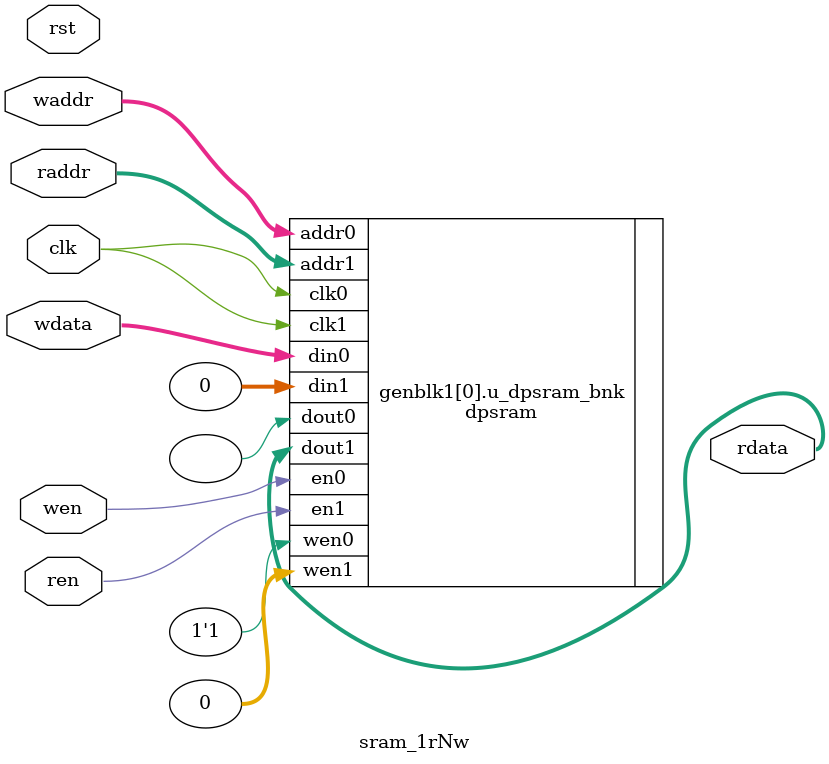
<source format=sv>

module sram_1rNw #(parameter int NUM_R = 1,
                   parameter int W = 32,
                   parameter int N = 8,
                   parameter bit ASYNC_DOUT = 'b0) (

   //======================================================================== //
   //                                                                         //
   // Misc.                                                                   //
   //                                                                         //
   //======================================================================== //

     input                                   clk
   , input                                   rst

   //======================================================================== //
   //                                                                         //
   // Read Interface                                                          //
   //                                                                         //
   //======================================================================== //

   //
   , input        [NUM_R-1:0]                ren
   , input        [(NUM_R*$clog2(N))-1:0]    raddr
   //
   , output logic [(NUM_R*W)-1:0]            rdata

   //======================================================================== //
   //                                                                         //
   // Write Interface                                                         //
   //                                                                         //
   //======================================================================== //

   //
   , input                                   wen
   , input        [$clog2(N)-1:0]            waddr
   , input        [W-1:0]                    wdata
);

  localparam int ADDR_W  = $clog2(N);
  
  // ======================================================================== //
  //                                                                          //
  // Instances                                                                //
  //                                                                          //
  // ======================================================================== //

  // ------------------------------------------------------------------------ //
  //
  generate for (genvar g = 0; g < NUM_R; g++) begin

    //
    dpsram #(.W(W), .N(N)) u_dpsram_bnk (
      //
        .clk0                 (clk                )
      //
      , .en0                  (wen                )
      , .wen0                 (1'b1               )
      , .addr0                (waddr              )
      , .din0                 (wdata              )
      //
      , .dout0                ()
      //
      , .clk1                 (clk                )
      //
      , .en1                  (ren [g]            )
      , .wen1                 ('b0                )
      , .addr1                (raddr [(g*ADDR_W)+:ADDR_W]   )
      , .din1                 ('b0                )
      //
      , .dout1                (rdata [(g*W)+:W]   )
    );

  end endgenerate
  
endmodule

</source>
